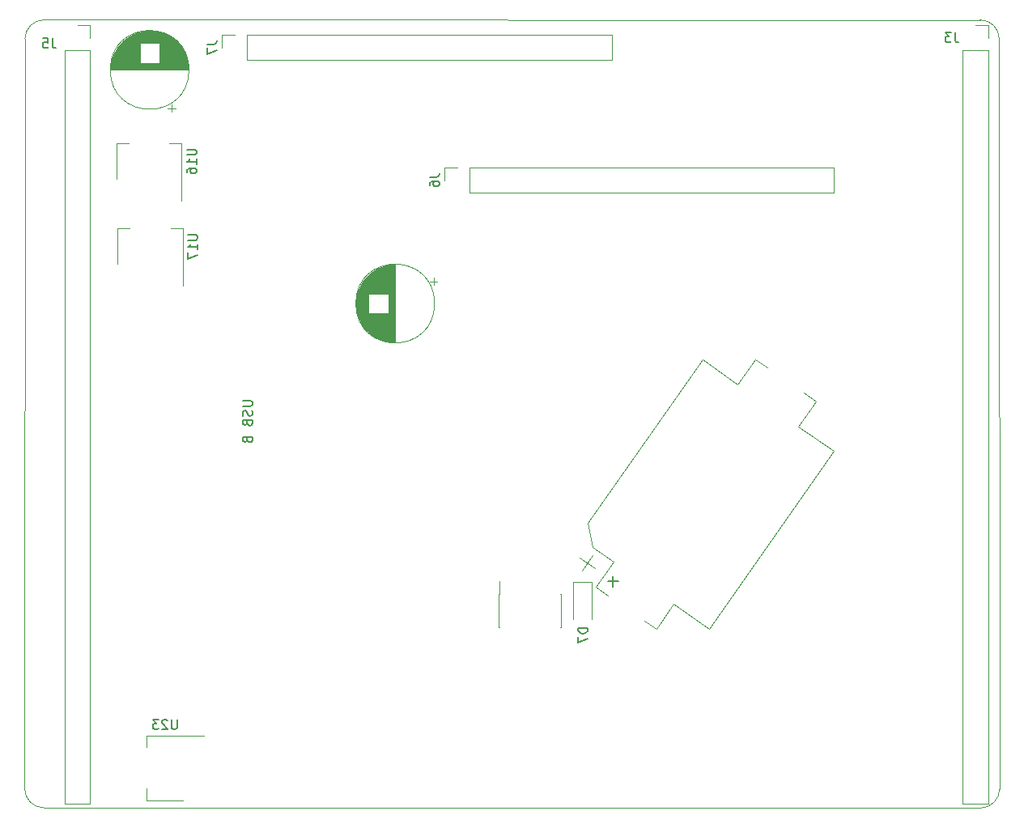
<source format=gbr>
G04 #@! TF.GenerationSoftware,KiCad,Pcbnew,(6.0.1)*
G04 #@! TF.CreationDate,2022-08-29T02:15:06+01:00*
G04 #@! TF.ProjectId,polygonus-Shortage-Version,706f6c79-676f-46e7-9573-2d53686f7274,rev?*
G04 #@! TF.SameCoordinates,Original*
G04 #@! TF.FileFunction,Legend,Bot*
G04 #@! TF.FilePolarity,Positive*
%FSLAX46Y46*%
G04 Gerber Fmt 4.6, Leading zero omitted, Abs format (unit mm)*
G04 Created by KiCad (PCBNEW (6.0.1)) date 2022-08-29 02:15:06*
%MOMM*%
%LPD*%
G01*
G04 APERTURE LIST*
G04 #@! TA.AperFunction,Profile*
%ADD10C,0.050000*%
G04 #@! TD*
%ADD11C,0.150000*%
%ADD12C,0.200000*%
%ADD13C,0.120000*%
G04 APERTURE END LIST*
D10*
X27598758Y70480030D02*
X27566743Y-7944264D01*
X29598758Y72480030D02*
G75*
G03*
X27598758Y70480030I-1J-1999999D01*
G01*
X127511245Y72474911D02*
X29598758Y72480030D01*
X29566743Y-9944264D02*
X127539293Y-9975264D01*
X127539293Y-9975264D02*
G75*
G03*
X129539293Y-7975264I1J1999999D01*
G01*
X129539293Y-7975264D02*
X129511245Y70474911D01*
X27566743Y-7944264D02*
G75*
G03*
X29566743Y-9944264I1999999J-1D01*
G01*
X129511245Y70474911D02*
G75*
G03*
X127511245Y72474911I-1999999J1D01*
G01*
D11*
X50379380Y32622857D02*
X51188904Y32622857D01*
X51284142Y32575238D01*
X51331761Y32527619D01*
X51379380Y32432380D01*
X51379380Y32241904D01*
X51331761Y32146666D01*
X51284142Y32099047D01*
X51188904Y32051428D01*
X50379380Y32051428D01*
X51331761Y31622857D02*
X51379380Y31480000D01*
X51379380Y31241904D01*
X51331761Y31146666D01*
X51284142Y31099047D01*
X51188904Y31051428D01*
X51093666Y31051428D01*
X50998428Y31099047D01*
X50950809Y31146666D01*
X50903190Y31241904D01*
X50855571Y31432380D01*
X50807952Y31527619D01*
X50760333Y31575238D01*
X50665095Y31622857D01*
X50569857Y31622857D01*
X50474619Y31575238D01*
X50427000Y31527619D01*
X50379380Y31432380D01*
X50379380Y31194285D01*
X50427000Y31051428D01*
X50855571Y30289523D02*
X50903190Y30146666D01*
X50950809Y30099047D01*
X51046047Y30051428D01*
X51188904Y30051428D01*
X51284142Y30099047D01*
X51331761Y30146666D01*
X51379380Y30241904D01*
X51379380Y30622857D01*
X50379380Y30622857D01*
X50379380Y30289523D01*
X50427000Y30194285D01*
X50474619Y30146666D01*
X50569857Y30099047D01*
X50665095Y30099047D01*
X50760333Y30146666D01*
X50807952Y30194285D01*
X50855571Y30289523D01*
X50855571Y30622857D01*
X50855571Y28527619D02*
X50903190Y28384761D01*
X50950809Y28337142D01*
X51046047Y28289523D01*
X51188904Y28289523D01*
X51284142Y28337142D01*
X51331761Y28384761D01*
X51379380Y28480000D01*
X51379380Y28860952D01*
X50379380Y28860952D01*
X50379380Y28527619D01*
X50427000Y28432380D01*
X50474619Y28384761D01*
X50569857Y28337142D01*
X50665095Y28337142D01*
X50760333Y28384761D01*
X50807952Y28432380D01*
X50855571Y28527619D01*
X50855571Y28860952D01*
D12*
X89678807Y13718801D02*
X88535950Y13718801D01*
X89107379Y13147372D02*
X89107379Y14290229D01*
D11*
G04 #@! TO.C,U17*
X44629790Y50004900D02*
X45439314Y50004900D01*
X45534552Y49957281D01*
X45582171Y49909662D01*
X45629790Y49814424D01*
X45629790Y49623947D01*
X45582171Y49528709D01*
X45534552Y49481090D01*
X45439314Y49433471D01*
X44629790Y49433471D01*
X45629790Y48433471D02*
X45629790Y49004900D01*
X45629790Y48719185D02*
X44629790Y48719185D01*
X44772648Y48814424D01*
X44867886Y48909662D01*
X44915505Y49004900D01*
X44629790Y48100138D02*
X44629790Y47433471D01*
X45629790Y47862043D01*
G04 #@! TO.C,J5*
X30454994Y70534858D02*
X30454994Y69820572D01*
X30502613Y69677715D01*
X30597851Y69582477D01*
X30740708Y69534858D01*
X30835946Y69534858D01*
X29502613Y70534858D02*
X29978803Y70534858D01*
X30026422Y70058667D01*
X29978803Y70106286D01*
X29883565Y70153905D01*
X29645470Y70153905D01*
X29550232Y70106286D01*
X29502613Y70058667D01*
X29454994Y69963429D01*
X29454994Y69725334D01*
X29502613Y69630096D01*
X29550232Y69582477D01*
X29645470Y69534858D01*
X29883565Y69534858D01*
X29978803Y69582477D01*
X30026422Y69630096D01*
G04 #@! TO.C,U16*
X44522581Y58916754D02*
X45332105Y58916754D01*
X45427343Y58869135D01*
X45474962Y58821516D01*
X45522581Y58726278D01*
X45522581Y58535801D01*
X45474962Y58440563D01*
X45427343Y58392944D01*
X45332105Y58345325D01*
X44522581Y58345325D01*
X45522581Y57345325D02*
X45522581Y57916754D01*
X45522581Y57631039D02*
X44522581Y57631039D01*
X44665439Y57726278D01*
X44760677Y57821516D01*
X44808296Y57916754D01*
X44522581Y56488182D02*
X44522581Y56678659D01*
X44570201Y56773897D01*
X44617820Y56821516D01*
X44760677Y56916754D01*
X44951153Y56964373D01*
X45332105Y56964373D01*
X45427343Y56916754D01*
X45474962Y56869135D01*
X45522581Y56773897D01*
X45522581Y56583420D01*
X45474962Y56488182D01*
X45427343Y56440563D01*
X45332105Y56392944D01*
X45094010Y56392944D01*
X44998772Y56440563D01*
X44951153Y56488182D01*
X44903534Y56583420D01*
X44903534Y56773897D01*
X44951153Y56869135D01*
X44998772Y56916754D01*
X45094010Y56964373D01*
G04 #@! TO.C,U23*
X43497073Y-734110D02*
X43497073Y-1543634D01*
X43449454Y-1638872D01*
X43401835Y-1686491D01*
X43306597Y-1734110D01*
X43116120Y-1734110D01*
X43020882Y-1686491D01*
X42973263Y-1638872D01*
X42925644Y-1543634D01*
X42925644Y-734110D01*
X42497073Y-829349D02*
X42449454Y-781730D01*
X42354216Y-734110D01*
X42116120Y-734110D01*
X42020882Y-781730D01*
X41973263Y-829349D01*
X41925644Y-924587D01*
X41925644Y-1019825D01*
X41973263Y-1162682D01*
X42544692Y-1734110D01*
X41925644Y-1734110D01*
X41592311Y-734110D02*
X40973263Y-734110D01*
X41306597Y-1115063D01*
X41163739Y-1115063D01*
X41068501Y-1162682D01*
X41020882Y-1210301D01*
X40973263Y-1305539D01*
X40973263Y-1543634D01*
X41020882Y-1638872D01*
X41068501Y-1686491D01*
X41163739Y-1734110D01*
X41449454Y-1734110D01*
X41544692Y-1686491D01*
X41592311Y-1638872D01*
G04 #@! TO.C,J6*
X69928666Y56038362D02*
X70642952Y56038362D01*
X70785809Y56085981D01*
X70881047Y56181219D01*
X70928666Y56324076D01*
X70928666Y56419314D01*
X69928666Y55133600D02*
X69928666Y55324076D01*
X69976286Y55419314D01*
X70023905Y55466933D01*
X70166762Y55562171D01*
X70357238Y55609790D01*
X70738190Y55609790D01*
X70833428Y55562171D01*
X70881047Y55514552D01*
X70928666Y55419314D01*
X70928666Y55228838D01*
X70881047Y55133600D01*
X70833428Y55085981D01*
X70738190Y55038362D01*
X70500095Y55038362D01*
X70404857Y55085981D01*
X70357238Y55133600D01*
X70309619Y55228838D01*
X70309619Y55419314D01*
X70357238Y55514552D01*
X70404857Y55562171D01*
X70500095Y55609790D01*
G04 #@! TO.C,D7*
X86470592Y8861690D02*
X85470592Y8861690D01*
X85470592Y8623595D01*
X85518212Y8480737D01*
X85613450Y8385499D01*
X85708688Y8337880D01*
X85899164Y8290261D01*
X86042021Y8290261D01*
X86232497Y8337880D01*
X86327735Y8385499D01*
X86422973Y8480737D01*
X86470592Y8623595D01*
X86470592Y8861690D01*
X85470592Y7956928D02*
X85470592Y7290261D01*
X86470592Y7718833D01*
G04 #@! TO.C,J3*
X124856376Y71135398D02*
X124856376Y70421112D01*
X124903995Y70278255D01*
X124999233Y70183017D01*
X125142090Y70135398D01*
X125237328Y70135398D01*
X124475423Y71135398D02*
X123856376Y71135398D01*
X124189709Y70754445D01*
X124046852Y70754445D01*
X123951614Y70706826D01*
X123903995Y70659207D01*
X123856376Y70563969D01*
X123856376Y70325874D01*
X123903995Y70230636D01*
X123951614Y70183017D01*
X124046852Y70135398D01*
X124332566Y70135398D01*
X124427804Y70183017D01*
X124475423Y70230636D01*
G04 #@! TO.C,J7*
X46652380Y69930245D02*
X47366666Y69930245D01*
X47509523Y69977864D01*
X47604761Y70073102D01*
X47652380Y70215959D01*
X47652380Y70311197D01*
X46652380Y69549292D02*
X46652380Y68882626D01*
X47652380Y69311197D01*
D13*
G04 #@! TO.C,C1001*
X64801000Y46589000D02*
X64801000Y43839000D01*
X64761000Y41759000D02*
X64761000Y39025000D01*
X62801000Y44901000D02*
X62801000Y40697000D01*
X64441000Y46426000D02*
X64441000Y43839000D01*
X65081000Y41759000D02*
X65081000Y38910000D01*
X63081000Y45304000D02*
X63081000Y40294000D01*
X65041000Y46676000D02*
X65041000Y43839000D01*
X64881000Y46620000D02*
X64881000Y43839000D01*
X63841000Y41759000D02*
X63841000Y39549000D01*
X65161000Y46713000D02*
X65161000Y43839000D01*
X64121000Y46243000D02*
X64121000Y43839000D01*
X65561000Y46809000D02*
X65561000Y43839000D01*
X65642000Y46823000D02*
X65642000Y38775000D01*
X62641000Y44612000D02*
X62641000Y40986000D01*
X64201000Y41759000D02*
X64201000Y39306000D01*
X64241000Y46316000D02*
X64241000Y43839000D01*
X62961000Y45144000D02*
X62961000Y40454000D01*
X63281000Y45540000D02*
X63281000Y40058000D01*
X65281000Y41759000D02*
X65281000Y38852000D01*
X64561000Y46485000D02*
X64561000Y43839000D01*
X63881000Y41759000D02*
X63881000Y39519000D01*
X62881000Y45027000D02*
X62881000Y40571000D01*
X64761000Y46573000D02*
X64761000Y43839000D01*
X62241000Y43332000D02*
X62241000Y42266000D01*
X65561000Y41759000D02*
X65561000Y38789000D01*
X63641000Y41759000D02*
X63641000Y39709000D01*
X64961000Y41759000D02*
X64961000Y38949000D01*
X64321000Y41759000D02*
X64321000Y39237000D01*
X64641000Y41759000D02*
X64641000Y39077000D01*
X63721000Y45955000D02*
X63721000Y43839000D01*
X66162000Y46876000D02*
X66162000Y38722000D01*
X65241000Y41759000D02*
X65241000Y38863000D01*
X70731698Y45114000D02*
X69931698Y45114000D01*
X64681000Y46539000D02*
X64681000Y43839000D01*
X65601000Y41759000D02*
X65601000Y38782000D01*
X63641000Y45889000D02*
X63641000Y43839000D01*
X64921000Y46634000D02*
X64921000Y43839000D01*
X65121000Y46701000D02*
X65121000Y43839000D01*
X64121000Y41759000D02*
X64121000Y39355000D01*
X63401000Y45666000D02*
X63401000Y39932000D01*
X63801000Y46019000D02*
X63801000Y43839000D01*
X62521000Y44351000D02*
X62521000Y41247000D01*
X65001000Y41759000D02*
X65001000Y38936000D01*
X64321000Y46361000D02*
X64321000Y43839000D01*
X65161000Y41759000D02*
X65161000Y38885000D01*
X63601000Y45854000D02*
X63601000Y43839000D01*
X63921000Y46108000D02*
X63921000Y43839000D01*
X63761000Y41759000D02*
X63761000Y39610000D01*
X65842000Y46851000D02*
X65842000Y38747000D01*
X66322000Y46879000D02*
X66322000Y38719000D01*
X63561000Y45818000D02*
X63561000Y43839000D01*
X64081000Y41759000D02*
X64081000Y39381000D01*
X64401000Y46405000D02*
X64401000Y43839000D01*
X70331698Y45514000D02*
X70331698Y44714000D01*
X65361000Y41759000D02*
X65361000Y38832000D01*
X63201000Y45450000D02*
X63201000Y40148000D01*
X64841000Y46604000D02*
X64841000Y43839000D01*
X63481000Y45744000D02*
X63481000Y39854000D01*
X64161000Y41759000D02*
X64161000Y39330000D01*
X62561000Y44444000D02*
X62561000Y41154000D01*
X63561000Y41759000D02*
X63561000Y39780000D01*
X65241000Y46735000D02*
X65241000Y43839000D01*
X64681000Y41759000D02*
X64681000Y39059000D01*
X63921000Y41759000D02*
X63921000Y39490000D01*
X65722000Y46836000D02*
X65722000Y38762000D01*
X65281000Y46746000D02*
X65281000Y43839000D01*
X64001000Y46164000D02*
X64001000Y43839000D01*
X62601000Y44530000D02*
X62601000Y41068000D01*
X64041000Y41759000D02*
X64041000Y39407000D01*
X64961000Y46649000D02*
X64961000Y43839000D01*
X62321000Y43747000D02*
X62321000Y41851000D01*
X63601000Y41759000D02*
X63601000Y39744000D01*
X65201000Y46724000D02*
X65201000Y43839000D01*
X64481000Y46446000D02*
X64481000Y43839000D01*
X65882000Y46856000D02*
X65882000Y38742000D01*
X63961000Y41759000D02*
X63961000Y39461000D01*
X65361000Y46766000D02*
X65361000Y43839000D01*
X64521000Y46465000D02*
X64521000Y43839000D01*
X66082000Y46873000D02*
X66082000Y38725000D01*
X64481000Y41759000D02*
X64481000Y39152000D01*
X63761000Y45988000D02*
X63761000Y43839000D01*
X65441000Y46784000D02*
X65441000Y43839000D01*
X65201000Y41759000D02*
X65201000Y38874000D01*
X64361000Y46383000D02*
X64361000Y43839000D01*
X64161000Y46268000D02*
X64161000Y43839000D01*
X62761000Y44833000D02*
X62761000Y40765000D01*
X63121000Y45355000D02*
X63121000Y40243000D01*
X64601000Y41759000D02*
X64601000Y39095000D01*
X65762000Y46841000D02*
X65762000Y38757000D01*
X64721000Y46556000D02*
X64721000Y43839000D01*
X62401000Y44028000D02*
X62401000Y41570000D01*
X63161000Y45403000D02*
X63161000Y40195000D01*
X65401000Y41759000D02*
X65401000Y38823000D01*
X65962000Y46864000D02*
X65962000Y38734000D01*
X65121000Y41759000D02*
X65121000Y38897000D01*
X62921000Y45086000D02*
X62921000Y40512000D01*
X64361000Y41759000D02*
X64361000Y39215000D01*
X63801000Y41759000D02*
X63801000Y39579000D01*
X64881000Y41759000D02*
X64881000Y38978000D01*
X65481000Y41759000D02*
X65481000Y38805000D01*
X64201000Y46292000D02*
X64201000Y43839000D01*
X63521000Y45782000D02*
X63521000Y39816000D01*
X64641000Y46521000D02*
X64641000Y43839000D01*
X63001000Y45199000D02*
X63001000Y40399000D01*
X64001000Y41759000D02*
X64001000Y39434000D01*
X64921000Y41759000D02*
X64921000Y38964000D01*
X63441000Y45706000D02*
X63441000Y39892000D01*
X64241000Y41759000D02*
X64241000Y39282000D01*
X63961000Y46137000D02*
X63961000Y43839000D01*
X65922000Y46860000D02*
X65922000Y38738000D01*
X64041000Y46191000D02*
X64041000Y43839000D01*
X66002000Y46867000D02*
X66002000Y38731000D01*
X65321000Y41759000D02*
X65321000Y38842000D01*
X62481000Y44252000D02*
X62481000Y41346000D01*
X65682000Y46829000D02*
X65682000Y38769000D01*
X64841000Y41759000D02*
X64841000Y38994000D01*
X63041000Y45253000D02*
X63041000Y40345000D01*
X63881000Y46079000D02*
X63881000Y43839000D01*
X65401000Y46775000D02*
X65401000Y43839000D01*
X63361000Y45625000D02*
X63361000Y39973000D01*
X65521000Y46801000D02*
X65521000Y43839000D01*
X64081000Y46217000D02*
X64081000Y43839000D01*
X64441000Y41759000D02*
X64441000Y39172000D01*
X64281000Y41759000D02*
X64281000Y39259000D01*
X64401000Y41759000D02*
X64401000Y39193000D01*
X64601000Y46503000D02*
X64601000Y43839000D01*
X65001000Y46662000D02*
X65001000Y43839000D01*
X62361000Y43897000D02*
X62361000Y41701000D01*
X62681000Y44689000D02*
X62681000Y40909000D01*
X65601000Y46816000D02*
X65601000Y43839000D01*
X64801000Y41759000D02*
X64801000Y39009000D01*
X63841000Y46049000D02*
X63841000Y43839000D01*
X63721000Y41759000D02*
X63721000Y39643000D01*
X66202000Y46878000D02*
X66202000Y38720000D01*
X65802000Y46847000D02*
X65802000Y38751000D01*
X65321000Y46756000D02*
X65321000Y43839000D01*
X62721000Y44763000D02*
X62721000Y40835000D01*
X66042000Y46870000D02*
X66042000Y38728000D01*
X65441000Y41759000D02*
X65441000Y38814000D01*
X65081000Y46688000D02*
X65081000Y43839000D01*
X65521000Y41759000D02*
X65521000Y38797000D01*
X65481000Y46793000D02*
X65481000Y43839000D01*
X63681000Y45923000D02*
X63681000Y43839000D01*
X65041000Y41759000D02*
X65041000Y38922000D01*
X64521000Y41759000D02*
X64521000Y39133000D01*
X64721000Y41759000D02*
X64721000Y39042000D01*
X62841000Y44965000D02*
X62841000Y40633000D01*
X66122000Y46875000D02*
X66122000Y38723000D01*
X62441000Y44145000D02*
X62441000Y41453000D01*
X63241000Y45496000D02*
X63241000Y40102000D01*
X66282000Y46879000D02*
X66282000Y38719000D01*
X63321000Y45583000D02*
X63321000Y40015000D01*
X64561000Y41759000D02*
X64561000Y39113000D01*
X66242000Y46879000D02*
X66242000Y38719000D01*
X63681000Y41759000D02*
X63681000Y39675000D01*
X62281000Y43567000D02*
X62281000Y42031000D01*
X64281000Y46339000D02*
X64281000Y43839000D01*
X70442000Y42799000D02*
G75*
G03*
X70442000Y42799000I-4120000J0D01*
G01*
G04 #@! TO.C,C17*
X39600000Y69125972D02*
X37013000Y69125972D01*
X39600000Y69965972D02*
X37585000Y69965972D01*
X43829000Y69805972D02*
X41680000Y69805972D01*
X39600000Y68085972D02*
X36646000Y68085972D01*
X44246000Y69165972D02*
X41680000Y69165972D01*
X44576000Y68325972D02*
X41680000Y68325972D01*
X44490000Y68605972D02*
X41680000Y68605972D01*
X44503000Y68565972D02*
X41680000Y68565972D01*
X39600000Y68365972D02*
X36715000Y68365972D01*
X44287000Y69085972D02*
X41680000Y69085972D01*
X39600000Y68445972D02*
X36738000Y68445972D01*
X44005000Y69565972D02*
X41680000Y69565972D01*
X42806000Y70725972D02*
X38474000Y70725972D01*
X41408000Y71285972D02*
X39872000Y71285972D01*
X43337000Y70325972D02*
X37943000Y70325972D01*
X44180000Y69285972D02*
X41680000Y69285972D01*
X44445000Y68725972D02*
X41680000Y68725972D01*
X41173000Y71325972D02*
X40107000Y71325972D01*
X44475000Y68645972D02*
X41680000Y68645972D01*
X44625000Y68125972D02*
X41680000Y68125972D01*
X43796000Y69845972D02*
X41680000Y69845972D01*
X44157000Y69325972D02*
X41680000Y69325972D01*
X39600000Y68045972D02*
X36638000Y68045972D01*
X43196000Y70445972D02*
X38084000Y70445972D01*
X43424000Y70245972D02*
X37856000Y70245972D01*
X42742000Y70765972D02*
X38538000Y70765972D01*
X43244000Y70405972D02*
X38036000Y70405972D01*
X42371000Y70965972D02*
X38909000Y70965972D01*
X44133000Y69365972D02*
X41680000Y69365972D01*
X42604000Y70845972D02*
X38676000Y70845972D01*
X39600000Y68525972D02*
X36763000Y68525972D01*
X43291000Y70365972D02*
X37989000Y70365972D01*
X42674000Y70805972D02*
X38606000Y70805972D01*
X44058000Y69485972D02*
X41680000Y69485972D01*
X44224000Y69205972D02*
X41680000Y69205972D01*
X44701000Y67644972D02*
X36579000Y67644972D01*
X39600000Y68285972D02*
X36693000Y68285972D01*
X44084000Y69445972D02*
X41680000Y69445972D01*
X43920000Y69685972D02*
X41680000Y69685972D01*
X43659000Y70005972D02*
X41680000Y70005972D01*
X44711000Y67524972D02*
X36569000Y67524972D01*
X42530000Y70885972D02*
X38750000Y70885972D01*
X39600000Y69325972D02*
X37123000Y69325972D01*
X42192000Y71045972D02*
X39088000Y71045972D01*
X44670000Y67884972D02*
X36610000Y67884972D01*
X44517000Y68525972D02*
X41680000Y68525972D01*
X41588000Y71245972D02*
X39692000Y71245972D01*
X39600000Y69245972D02*
X37078000Y69245972D01*
X39600000Y67965972D02*
X36623000Y67965972D01*
X44708000Y67564972D02*
X36572000Y67564972D01*
X44267000Y69125972D02*
X41680000Y69125972D01*
X44719000Y67364972D02*
X36561000Y67364972D01*
X39600000Y68685972D02*
X36819000Y68685972D01*
X44716000Y67444972D02*
X36564000Y67444972D01*
X44554000Y68405972D02*
X41680000Y68405972D01*
X44714000Y67484972D02*
X36566000Y67484972D01*
X44634000Y68085972D02*
X41680000Y68085972D01*
X39600000Y68605972D02*
X36790000Y68605972D01*
X44461000Y68685972D02*
X41680000Y68685972D01*
X44720000Y67324972D02*
X36560000Y67324972D01*
X39600000Y69845972D02*
X37484000Y69845972D01*
X42453000Y70925972D02*
X38827000Y70925972D01*
X39600000Y69885972D02*
X37516000Y69885972D01*
X41738000Y71205972D02*
X39542000Y71205972D01*
X43381000Y70285972D02*
X37899000Y70285972D01*
X43860000Y69765972D02*
X41680000Y69765972D01*
X39600000Y69805972D02*
X37451000Y69805972D01*
X43466000Y70205972D02*
X37814000Y70205972D01*
X43978000Y69605972D02*
X41680000Y69605972D01*
X39600000Y69045972D02*
X36974000Y69045972D01*
X39600000Y69925972D02*
X37550000Y69925972D01*
X44657000Y67965972D02*
X41680000Y67965972D01*
X39600000Y69765972D02*
X37420000Y69765972D01*
X39600000Y69725972D02*
X37390000Y69725972D01*
X43623000Y70045972D02*
X37657000Y70045972D01*
X42093000Y71085972D02*
X39187000Y71085972D01*
X43094000Y70525972D02*
X38186000Y70525972D01*
X44642000Y68045972D02*
X41680000Y68045972D01*
X39600000Y69525972D02*
X37248000Y69525972D01*
X44362000Y68925972D02*
X41680000Y68925972D01*
X44650000Y68005972D02*
X41680000Y68005972D01*
X41869000Y71165972D02*
X39411000Y71165972D01*
X43145000Y70485972D02*
X38135000Y70485972D01*
X39600000Y69685972D02*
X37360000Y69685972D01*
X39600000Y69405972D02*
X37171000Y69405972D01*
X39600000Y68325972D02*
X36704000Y68325972D01*
X43949000Y69645972D02*
X41680000Y69645972D01*
X44682000Y67804972D02*
X36598000Y67804972D01*
X39600000Y69005972D02*
X36954000Y69005972D01*
X39600000Y68725972D02*
X36835000Y68725972D01*
X39600000Y68845972D02*
X36883000Y68845972D01*
X43040000Y70565972D02*
X38240000Y70565972D01*
X44032000Y69525972D02*
X41680000Y69525972D01*
X39600000Y68245972D02*
X36683000Y68245972D01*
X39600000Y69085972D02*
X36993000Y69085972D01*
X44430000Y68765972D02*
X41680000Y68765972D01*
X44542000Y68445972D02*
X41680000Y68445972D01*
X39600000Y68765972D02*
X36850000Y68765972D01*
X42285000Y71005972D02*
X38995000Y71005972D01*
X39600000Y68965972D02*
X36936000Y68965972D01*
X39600000Y69285972D02*
X37100000Y69285972D01*
X43355000Y63235274D02*
X42555000Y63235274D01*
X44109000Y69405972D02*
X41680000Y69405972D01*
X39600000Y69365972D02*
X37147000Y69365972D01*
X39600000Y69645972D02*
X37331000Y69645972D01*
X39600000Y69205972D02*
X37056000Y69205972D01*
X43695000Y69965972D02*
X41680000Y69965972D01*
X44717000Y67404972D02*
X36563000Y67404972D01*
X39600000Y68125972D02*
X36655000Y68125972D01*
X39600000Y68485972D02*
X36751000Y68485972D01*
X44202000Y69245972D02*
X41680000Y69245972D01*
X41986000Y71125972D02*
X39294000Y71125972D01*
X44688000Y67764972D02*
X36592000Y67764972D01*
X39600000Y69485972D02*
X37222000Y69485972D01*
X44664000Y67924972D02*
X36616000Y67924972D01*
X44587000Y68285972D02*
X41680000Y68285972D01*
X43507000Y70165972D02*
X37773000Y70165972D01*
X43764000Y69885972D02*
X41680000Y69885972D01*
X44705000Y67604972D02*
X36575000Y67604972D01*
X43890000Y69725972D02*
X41680000Y69725972D01*
X39600000Y68645972D02*
X36805000Y68645972D01*
X43730000Y69925972D02*
X41680000Y69925972D01*
X44326000Y69005972D02*
X41680000Y69005972D01*
X42985000Y70605972D02*
X38295000Y70605972D01*
X44692000Y67724972D02*
X36588000Y67724972D01*
X44697000Y67684972D02*
X36583000Y67684972D01*
X44720000Y67284972D02*
X36560000Y67284972D01*
X39600000Y68565972D02*
X36777000Y68565972D01*
X44414000Y68805972D02*
X41680000Y68805972D01*
X42955000Y62835274D02*
X42955000Y63635274D01*
X39600000Y68885972D02*
X36900000Y68885972D01*
X44607000Y68205972D02*
X41680000Y68205972D01*
X44597000Y68245972D02*
X41680000Y68245972D01*
X43547000Y70125972D02*
X37733000Y70125972D01*
X44616000Y68165972D02*
X41680000Y68165972D01*
X42927000Y70645972D02*
X38353000Y70645972D01*
X44565000Y68365972D02*
X41680000Y68365972D01*
X44380000Y68885972D02*
X41680000Y68885972D01*
X39600000Y68805972D02*
X36866000Y68805972D01*
X39600000Y68925972D02*
X36918000Y68925972D01*
X44677000Y67844972D02*
X36603000Y67844972D01*
X43585000Y70085972D02*
X37695000Y70085972D01*
X44344000Y68965972D02*
X41680000Y68965972D01*
X39600000Y68405972D02*
X36726000Y68405972D01*
X39600000Y68005972D02*
X36630000Y68005972D01*
X44306000Y69045972D02*
X41680000Y69045972D01*
X42868000Y70685972D02*
X38412000Y70685972D01*
X39600000Y68205972D02*
X36673000Y68205972D01*
X39600000Y69605972D02*
X37302000Y69605972D01*
X39600000Y69565972D02*
X37275000Y69565972D01*
X39600000Y69165972D02*
X37034000Y69165972D01*
X39600000Y69445972D02*
X37196000Y69445972D01*
X39600000Y68165972D02*
X36664000Y68165972D01*
X44720000Y67244972D02*
X36560000Y67244972D01*
X44529000Y68485972D02*
X41680000Y68485972D01*
X44397000Y68845972D02*
X41680000Y68845972D01*
X39600000Y70005972D02*
X37621000Y70005972D01*
X44760000Y67244972D02*
G75*
G03*
X44760000Y67244972I-4120000J0D01*
G01*
G04 #@! TO.C,J1502*
X77156000Y12433000D02*
X77156000Y8903000D01*
X83626000Y12433000D02*
X83626000Y8903000D01*
X83561000Y12433000D02*
X83626000Y12433000D01*
X77156000Y8903000D02*
X77221000Y8903000D01*
X83561000Y8903000D02*
X83626000Y8903000D01*
X77156000Y12433000D02*
X77221000Y12433000D01*
X77221000Y13758000D02*
X77221000Y12433000D01*
G04 #@! TO.C,BT1*
X86930462Y17319550D02*
X89142172Y15770894D01*
X89142172Y15770894D02*
X87306727Y13149607D01*
X112156012Y27368012D02*
X108469828Y29949106D01*
X95449643Y11354355D02*
X93614198Y8733068D01*
X86488425Y19826461D02*
X86930462Y17319550D01*
X98476173Y36946739D02*
X102162357Y34365645D01*
X110305273Y32570393D02*
X109035587Y33459436D01*
X87253746Y15078906D02*
X85615442Y16226058D01*
X87306727Y13149607D02*
X88576413Y12260564D01*
X103997802Y36986932D02*
X105267487Y36097888D01*
X99135827Y8773261D02*
X112156012Y27368012D01*
X99135827Y8773261D02*
X95449643Y11354355D01*
X93614198Y8733068D02*
X92344513Y9622112D01*
X108469828Y29949106D02*
X110305273Y32570393D01*
X98476173Y36946739D02*
X86488425Y19826461D01*
X87008170Y16471634D02*
X85861018Y14833330D01*
X102162357Y34365645D02*
X103997802Y36986932D01*
G04 #@! TO.C,U17*
X44087410Y50676805D02*
X42827410Y50676805D01*
X37267410Y46916805D02*
X37267410Y50676805D01*
X44087410Y44666805D02*
X44087410Y50676805D01*
X37267410Y50676805D02*
X38527410Y50676805D01*
G04 #@! TO.C,J5*
X34417317Y69312684D02*
X31757317Y69312684D01*
X31757317Y69312684D02*
X31757317Y-9487316D01*
X34417317Y69312684D02*
X34417317Y-9487316D01*
X34417317Y71912684D02*
X33087317Y71912684D01*
X34417317Y-9487316D02*
X31757317Y-9487316D01*
X34417317Y70582684D02*
X34417317Y71912684D01*
G04 #@! TO.C,U16*
X37160201Y59588659D02*
X38420201Y59588659D01*
X37160201Y55828659D02*
X37160201Y59588659D01*
X43980201Y59588659D02*
X42720201Y59588659D01*
X43980201Y53578659D02*
X43980201Y59588659D01*
G04 #@! TO.C,U23*
X40348978Y-2371730D02*
X40348978Y-3631730D01*
X44108978Y-9191730D02*
X40348978Y-9191730D01*
X46358978Y-2371730D02*
X40348978Y-2371730D01*
X40348978Y-9191730D02*
X40348978Y-7931730D01*
G04 #@! TO.C,J6*
X112236286Y57035029D02*
X112236286Y54375029D01*
X72806286Y57035029D02*
X71476286Y57035029D01*
X74076286Y54375029D02*
X112236286Y54375029D01*
X74076286Y57035029D02*
X112236286Y57035029D01*
X71476286Y57035029D02*
X71476286Y55705029D01*
X74076286Y57035029D02*
X74076286Y54375029D01*
G04 #@! TO.C,D7*
X84908431Y13641269D02*
X84908431Y9741269D01*
X86908431Y13641269D02*
X86908431Y9741269D01*
X84908431Y13641269D02*
X86908431Y13641269D01*
G04 #@! TO.C,J3*
X128330000Y71917779D02*
X127000000Y71917779D01*
X128330000Y70587779D02*
X128330000Y71917779D01*
X125670000Y69317779D02*
X125670000Y-9482221D01*
X128330000Y-9482221D02*
X125670000Y-9482221D01*
X128330000Y69317779D02*
X128330000Y-9482221D01*
X128330000Y69317779D02*
X125670000Y69317779D01*
G04 #@! TO.C,J7*
X50800000Y70926912D02*
X50800000Y68266912D01*
X49530000Y70926912D02*
X48200000Y70926912D01*
X88960000Y70926912D02*
X88960000Y68266912D01*
X48200000Y70926912D02*
X48200000Y69596912D01*
X50800000Y70926912D02*
X88960000Y70926912D01*
X50800000Y68266912D02*
X88960000Y68266912D01*
G04 #@! TD*
M02*

</source>
